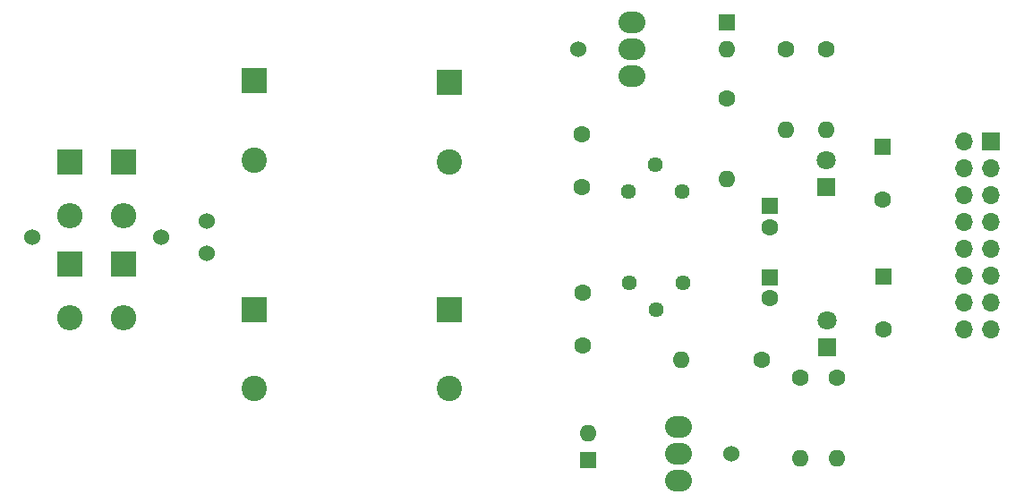
<source format=gbr>
G04 #@! TF.GenerationSoftware,KiCad,Pcbnew,(5.0.1-3-g963ef8bb5)*
G04 #@! TF.CreationDate,2018-11-14T22:17:04-08:00*
G04 #@! TF.ProjectId,eurorack-psu,6575726F7261636B2D7073752E6B6963,rev?*
G04 #@! TF.SameCoordinates,Original*
G04 #@! TF.FileFunction,Copper,L1,Top,Signal*
G04 #@! TF.FilePolarity,Positive*
%FSLAX46Y46*%
G04 Gerber Fmt 4.6, Leading zero omitted, Abs format (unit mm)*
G04 Created by KiCad (PCBNEW (5.0.1-3-g963ef8bb5)) date Wednesday, November 14, 2018 at 10:17:04 PM*
%MOMM*%
%LPD*%
G01*
G04 APERTURE LIST*
G04 #@! TA.AperFunction,ComponentPad*
%ADD10C,1.524000*%
G04 #@! TD*
G04 #@! TA.AperFunction,ComponentPad*
%ADD11R,2.400000X2.400000*%
G04 #@! TD*
G04 #@! TA.AperFunction,ComponentPad*
%ADD12C,2.400000*%
G04 #@! TD*
G04 #@! TA.AperFunction,ComponentPad*
%ADD13R,1.600000X1.600000*%
G04 #@! TD*
G04 #@! TA.AperFunction,ComponentPad*
%ADD14O,1.600000X1.600000*%
G04 #@! TD*
G04 #@! TA.AperFunction,ComponentPad*
%ADD15O,2.540000X2.032000*%
G04 #@! TD*
G04 #@! TA.AperFunction,ComponentPad*
%ADD16C,1.600000*%
G04 #@! TD*
G04 #@! TA.AperFunction,ComponentPad*
%ADD17O,2.400000X2.400000*%
G04 #@! TD*
G04 #@! TA.AperFunction,ComponentPad*
%ADD18C,1.800000*%
G04 #@! TD*
G04 #@! TA.AperFunction,ComponentPad*
%ADD19R,1.800000X1.800000*%
G04 #@! TD*
G04 #@! TA.AperFunction,ComponentPad*
%ADD20C,1.440000*%
G04 #@! TD*
G04 #@! TA.AperFunction,ComponentPad*
%ADD21O,1.700000X1.700000*%
G04 #@! TD*
G04 #@! TA.AperFunction,ComponentPad*
%ADD22R,1.700000X1.700000*%
G04 #@! TD*
G04 #@! TA.AperFunction,ViaPad*
%ADD23C,1.524000*%
G04 #@! TD*
G04 APERTURE END LIST*
D10*
G04 #@! TO.P,TR1,5*
G04 #@! TO.N,Net-(D2-Pad1)*
X132080000Y-91694000D03*
G04 #@! TO.P,TR1,6*
G04 #@! TO.N,GNDREF*
X148590000Y-90170000D03*
G04 #@! TO.P,TR1,7*
X148590000Y-93218000D03*
G04 #@! TO.P,TR1,8*
G04 #@! TO.N,Net-(D1-Pad1)*
X144272000Y-91694000D03*
G04 #@! TD*
D11*
G04 #@! TO.P,C3,1*
G04 #@! TO.N,Net-(C1-Pad1)*
X171475000Y-77100000D03*
D12*
G04 #@! TO.P,C3,2*
G04 #@! TO.N,GNDREF*
X171475000Y-84600000D03*
G04 #@! TD*
D13*
G04 #@! TO.P,D5,1*
G04 #@! TO.N,Net-(C1-Pad1)*
X197739000Y-71374000D03*
D14*
G04 #@! TO.P,D5,2*
G04 #@! TO.N,+12V*
X197739000Y-73914000D03*
G04 #@! TD*
D15*
G04 #@! TO.P,U1,2*
G04 #@! TO.N,+12V*
X188747000Y-73920000D03*
G04 #@! TO.P,U1,3*
G04 #@! TO.N,Net-(C1-Pad1)*
X188747000Y-71380000D03*
G04 #@! TO.P,U1,1*
G04 #@! TO.N,Net-(C7-Pad1)*
X188747000Y-76460000D03*
G04 #@! TD*
D13*
G04 #@! TO.P,C8,1*
G04 #@! TO.N,GNDREF*
X201803000Y-95504000D03*
D16*
G04 #@! TO.P,C8,2*
G04 #@! TO.N,Net-(C8-Pad2)*
X201803000Y-97504000D03*
G04 #@! TD*
D17*
G04 #@! TO.P,D4,2*
G04 #@! TO.N,Net-(D2-Pad1)*
X135636000Y-89662000D03*
D11*
G04 #@! TO.P,D4,1*
G04 #@! TO.N,Net-(C1-Pad1)*
X135636000Y-84582000D03*
G04 #@! TD*
D12*
G04 #@! TO.P,C2,2*
G04 #@! TO.N,Net-(C2-Pad2)*
X153016000Y-106050000D03*
D11*
G04 #@! TO.P,C2,1*
G04 #@! TO.N,GNDREF*
X153016000Y-98550000D03*
G04 #@! TD*
G04 #@! TO.P,C4,1*
G04 #@! TO.N,GNDREF*
X171475000Y-98550000D03*
D12*
G04 #@! TO.P,C4,2*
G04 #@! TO.N,Net-(C2-Pad2)*
X171475000Y-106050000D03*
G04 #@! TD*
G04 #@! TO.P,C1,2*
G04 #@! TO.N,GNDREF*
X153016000Y-84425000D03*
D11*
G04 #@! TO.P,C1,1*
G04 #@! TO.N,Net-(C1-Pad1)*
X153016000Y-76925000D03*
G04 #@! TD*
D16*
G04 #@! TO.P,C5,2*
G04 #@! TO.N,GNDREF*
X184072000Y-86975000D03*
G04 #@! TO.P,C5,1*
G04 #@! TO.N,Net-(C1-Pad1)*
X184072000Y-81975000D03*
G04 #@! TD*
G04 #@! TO.P,C6,1*
G04 #@! TO.N,GNDREF*
X184097000Y-96950000D03*
G04 #@! TO.P,C6,2*
G04 #@! TO.N,Net-(C2-Pad2)*
X184097000Y-101950000D03*
G04 #@! TD*
G04 #@! TO.P,C7,2*
G04 #@! TO.N,GNDREF*
X201803000Y-90773000D03*
D13*
G04 #@! TO.P,C7,1*
G04 #@! TO.N,Net-(C7-Pad1)*
X201803000Y-88773000D03*
G04 #@! TD*
D16*
G04 #@! TO.P,C9,2*
G04 #@! TO.N,GNDREF*
X212472000Y-88150000D03*
D13*
G04 #@! TO.P,C9,1*
G04 #@! TO.N,+12V*
X212472000Y-83150000D03*
G04 #@! TD*
D16*
G04 #@! TO.P,C10,2*
G04 #@! TO.N,-12V*
X212600000Y-100450000D03*
D13*
G04 #@! TO.P,C10,1*
G04 #@! TO.N,GNDREF*
X212600000Y-95450000D03*
G04 #@! TD*
D17*
G04 #@! TO.P,D1,2*
G04 #@! TO.N,Net-(C2-Pad2)*
X140716000Y-99314000D03*
D11*
G04 #@! TO.P,D1,1*
G04 #@! TO.N,Net-(D1-Pad1)*
X140716000Y-94234000D03*
G04 #@! TD*
G04 #@! TO.P,D2,1*
G04 #@! TO.N,Net-(D2-Pad1)*
X135636000Y-94234000D03*
D17*
G04 #@! TO.P,D2,2*
G04 #@! TO.N,Net-(C2-Pad2)*
X135636000Y-99314000D03*
G04 #@! TD*
D11*
G04 #@! TO.P,D3,1*
G04 #@! TO.N,Net-(C1-Pad1)*
X140716000Y-84582000D03*
D17*
G04 #@! TO.P,D3,2*
G04 #@! TO.N,Net-(D1-Pad1)*
X140716000Y-89662000D03*
G04 #@! TD*
D13*
G04 #@! TO.P,D6,1*
G04 #@! TO.N,-12V*
X184658000Y-112776000D03*
D14*
G04 #@! TO.P,D6,2*
G04 #@! TO.N,Net-(C2-Pad2)*
X184658000Y-110236000D03*
G04 #@! TD*
D18*
G04 #@! TO.P,D7,2*
G04 #@! TO.N,Net-(D7-Pad2)*
X207137000Y-84455000D03*
D19*
G04 #@! TO.P,D7,1*
G04 #@! TO.N,GNDREF*
X207137000Y-86995000D03*
G04 #@! TD*
G04 #@! TO.P,D8,1*
G04 #@! TO.N,Net-(D8-Pad1)*
X207264000Y-102108000D03*
D18*
G04 #@! TO.P,D8,2*
G04 #@! TO.N,GNDREF*
X207264000Y-99568000D03*
G04 #@! TD*
D20*
G04 #@! TO.P,RV2,3*
G04 #@! TO.N,GNDREF*
X188468000Y-87376000D03*
G04 #@! TO.P,RV2,2*
X191008000Y-84836000D03*
G04 #@! TO.P,RV2,1*
G04 #@! TO.N,Net-(R1-Pad2)*
X193548000Y-87376000D03*
G04 #@! TD*
G04 #@! TO.P,RV3,1*
G04 #@! TO.N,GNDREF*
X188497000Y-96012000D03*
G04 #@! TO.P,RV3,2*
X191037000Y-98552000D03*
G04 #@! TO.P,RV3,3*
G04 #@! TO.N,Net-(R2-Pad1)*
X193577000Y-96012000D03*
G04 #@! TD*
D15*
G04 #@! TO.P,U2,2*
G04 #@! TO.N,Net-(C2-Pad2)*
X193147000Y-112172000D03*
G04 #@! TO.P,U2,3*
G04 #@! TO.N,-12V*
X193147000Y-114712000D03*
G04 #@! TO.P,U2,1*
G04 #@! TO.N,Net-(C8-Pad2)*
X193147000Y-109632000D03*
G04 #@! TD*
D21*
G04 #@! TO.P,J1,16*
G04 #@! TO.N,-12V*
X220207000Y-100455000D03*
G04 #@! TO.P,J1,15*
X222747000Y-100455000D03*
G04 #@! TO.P,J1,14*
G04 #@! TO.N,GNDREF*
X220207000Y-97915000D03*
G04 #@! TO.P,J1,13*
X222747000Y-97915000D03*
G04 #@! TO.P,J1,12*
X220207000Y-95375000D03*
G04 #@! TO.P,J1,11*
X222747000Y-95375000D03*
G04 #@! TO.P,J1,10*
X220207000Y-92835000D03*
G04 #@! TO.P,J1,9*
X222747000Y-92835000D03*
G04 #@! TO.P,J1,8*
G04 #@! TO.N,+12V*
X220207000Y-90295000D03*
G04 #@! TO.P,J1,7*
X222747000Y-90295000D03*
G04 #@! TO.P,J1,6*
G04 #@! TO.N,Net-(J1-Pad5)*
X220207000Y-87755000D03*
G04 #@! TO.P,J1,5*
X222747000Y-87755000D03*
G04 #@! TO.P,J1,4*
G04 #@! TO.N,Net-(J1-Pad3)*
X220207000Y-85215000D03*
G04 #@! TO.P,J1,3*
X222747000Y-85215000D03*
G04 #@! TO.P,J1,2*
G04 #@! TO.N,Net-(J1-Pad1)*
X220207000Y-82675000D03*
D22*
G04 #@! TO.P,J1,1*
X222747000Y-82675000D03*
G04 #@! TD*
D16*
G04 #@! TO.P,R1,1*
G04 #@! TO.N,Net-(C7-Pad1)*
X197739000Y-78613000D03*
D14*
G04 #@! TO.P,R1,2*
G04 #@! TO.N,Net-(R1-Pad2)*
X197739000Y-86233000D03*
G04 #@! TD*
G04 #@! TO.P,R2,2*
G04 #@! TO.N,Net-(C8-Pad2)*
X193427000Y-103297000D03*
D16*
G04 #@! TO.P,R2,1*
G04 #@! TO.N,Net-(R2-Pad1)*
X201047000Y-103297000D03*
G04 #@! TD*
D14*
G04 #@! TO.P,R3,2*
G04 #@! TO.N,Net-(C7-Pad1)*
X203327000Y-81534000D03*
D16*
G04 #@! TO.P,R3,1*
G04 #@! TO.N,+12V*
X203327000Y-73914000D03*
G04 #@! TD*
D14*
G04 #@! TO.P,R4,2*
G04 #@! TO.N,-12V*
X204724000Y-112670000D03*
D16*
G04 #@! TO.P,R4,1*
G04 #@! TO.N,Net-(C8-Pad2)*
X204724000Y-105050000D03*
G04 #@! TD*
G04 #@! TO.P,R5,1*
G04 #@! TO.N,+12V*
X207137000Y-73914000D03*
D14*
G04 #@! TO.P,R5,2*
G04 #@! TO.N,Net-(D7-Pad2)*
X207137000Y-81534000D03*
G04 #@! TD*
D16*
G04 #@! TO.P,R6,1*
G04 #@! TO.N,Net-(D8-Pad1)*
X208153000Y-105029000D03*
D14*
G04 #@! TO.P,R6,2*
G04 #@! TO.N,-12V*
X208153000Y-112649000D03*
G04 #@! TD*
D23*
G04 #@! TO.N,*
X198147000Y-112172000D03*
X183747000Y-73920000D03*
G04 #@! TD*
M02*

</source>
